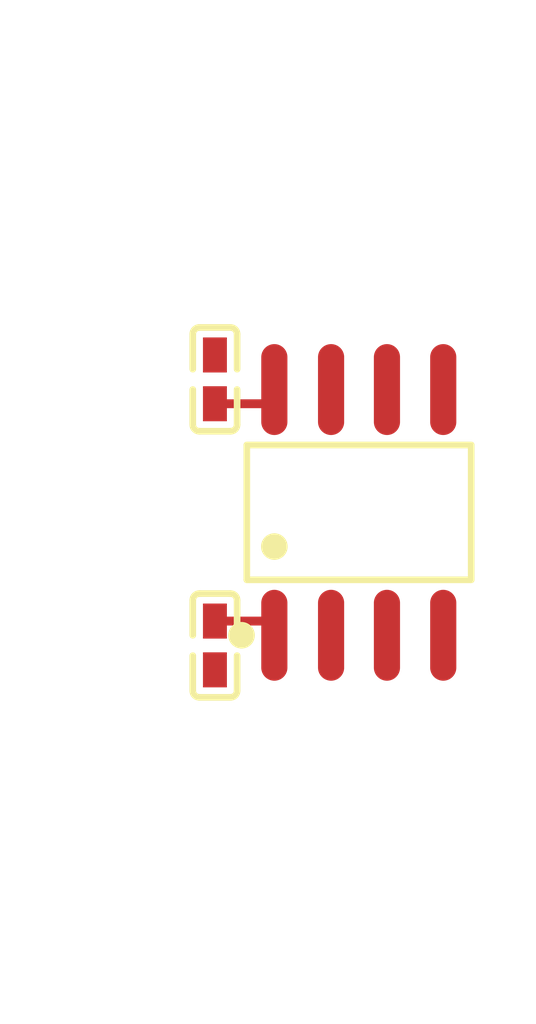
<source format=kicad_pcb>
(kicad_pcb (version 20241229) (generator "pcbnew") (generator_version "9.0")
  (layers (0 "F.Cu" signal) (2 "B.Cu" signal) (13 "F.Paste" user) (15 "B.Paste" user) (5 "F.SilkS" user "F.Silkscreen") (7 "B.SilkS" user "B.Silkscreen") (1 "F.Mask" user) (3 "B.Mask" user) (25 "Edge.Cuts" user))
  (net 0 "")
  (net 1 "line")
  (net 2 "line-3")
  (net 3 "line-1")
  (net 4 "line-2")
  (net 5 "gnd")
  (net 6 "hv-1")
  (net 7 "hv")
  (net 8 "gnd-1")
  (footprint "atopile:SOIC-8_L4.9-W3.9-P1.27-LS6.0-BL-6ccfeb" (layer "F.Cu") (at 0 0 0)
    (property "Reference" "U1" (hide yes))
    (property "Value" "")
    (fp_line (start -2.53 -1.52) (end 2.53 -1.52) (stroke (width 0.15)) (layer "F.SilkS"))
    (fp_line (start -2.53 1.52) (end -2.53 -1.52) (stroke (width 0.15)) (layer "F.SilkS"))
    (fp_line (start 2.53 -1.52) (end 2.53 1.52) (stroke (width 0.15)) (layer "F.SilkS"))
    (fp_line (start 2.53 1.52) (end -2.53 1.52) (stroke (width 0.15)) (layer "F.SilkS"))
    (fp_circle (center -2.65 2.77) (end -2.5 2.77) (stroke (width 0.3)) (fill no) (layer "F.SilkS"))
    (fp_circle (center -1.91 0.77) (end -1.76 0.77) (stroke (width 0.3)) (fill no) (layer "F.SilkS"))
    (pad "1" smd oval (at -1.91 2.77 0) (size 0.59 2.05) (layers "F.Cu" "F.Mask" "F.Paste") (net 6 "hv-1"))
    (pad "2" smd oval (at -0.63 2.77 0) (size 0.59 2.05) (layers "F.Cu" "F.Mask" "F.Paste") (net 4 "line-2"))
    (pad "3" smd oval (at 0.63 2.77 0) (size 0.59 2.05) (layers "F.Cu" "F.Mask" "F.Paste") (net 3 "line-1"))
    (pad "4" smd oval (at 1.9 2.77 0) (size 0.59 2.05) (layers "F.Cu" "F.Mask" "F.Paste") (net 5 "gnd"))
    (pad "5" smd oval (at 1.9 -2.77 0) (size 0.59 2.05) (layers "F.Cu" "F.Mask" "F.Paste") (net 8 "gnd-1"))
    (pad "6" smd oval (at 0.63 -2.77 0) (size 0.59 2.05) (layers "F.Cu" "F.Mask" "F.Paste") (net 1 "line"))
    (pad "7" smd oval (at -0.63 -2.77 0) (size 0.59 2.05) (layers "F.Cu" "F.Mask" "F.Paste") (net 2 "line-3"))
    (pad "8" smd oval (at -1.91 -2.77 0) (size 0.59 2.05) (layers "F.Cu" "F.Mask" "F.Paste") (net 7 "hv"))
  )
  (footprint "atopile:C0402-b3ef17" (layer "F.Cu") (at -3.25 -3 90)
    (property "Reference" "C1" (hide yes))
    (property "Value" "100nF ±10% 16V X7R")
    (fp_line (start 1.02 -0.5) (end 0.23 -0.5) (stroke (width 0.15)) (layer "F.SilkS"))
    (fp_line (start -1.02 -0.5) (end -0.23 -0.5) (stroke (width 0.15)) (layer "F.SilkS"))
    (fp_line (start 1.17 0.35) (end 1.17 -0.35) (stroke (width 0.15)) (layer "F.SilkS"))
    (fp_line (start -1.17 0.35) (end -1.17 -0.35) (stroke (width 0.15)) (layer "F.SilkS"))
    (fp_line (start 0.23 0.5) (end 1.02 0.5) (stroke (width 0.15)) (layer "F.SilkS"))
    (fp_line (start -0.23 0.5) (end -1.02 0.5) (stroke (width 0.15)) (layer "F.SilkS"))
    (fp_arc (start 1.02 -0.5) (mid 1.126066 -0.456066) (end 1.17 -0.35) (stroke (width 0.15)) (layer "F.SilkS"))
    (fp_arc (start -1.17 -0.35) (mid -1.126066 -0.456066) (end -1.02 -0.5) (stroke (width 0.15)) (layer "F.SilkS"))
    (fp_arc (start 1.17 0.35) (mid 1.126066 0.456066) (end 1.02 0.5) (stroke (width 0.15)) (layer "F.SilkS"))
    (fp_arc (start -1.02 0.5) (mid -1.126066 0.456066) (end -1.17 0.35) (stroke (width 0.15)) (layer "F.SilkS"))
    (pad "1" smd rect (at -0.55 0 90) (size 0.79 0.54) (layers "F.Cu" "F.Mask" "F.Paste") (net 7 "hv"))
    (pad "2" smd rect (at 0.55 0 90) (size 0.79 0.54) (layers "F.Cu" "F.Mask" "F.Paste") (net 8 "gnd-1"))
  )
  (footprint "atopile:C0402-b3ef17" (layer "F.Cu") (at -3.25 3 -90)
    (property "Reference" "C2" (hide yes))
    (property "Value" "100nF ±10% 16V X7R")
    (fp_line (start -0.23 0.5) (end -1.02 0.5) (stroke (width 0.15)) (layer "F.SilkS"))
    (fp_line (start 0.23 0.5) (end 1.02 0.5) (stroke (width 0.15)) (layer "F.SilkS"))
    (fp_line (start -1.17 0.35) (end -1.17 -0.35) (stroke (width 0.15)) (layer "F.SilkS"))
    (fp_line (start 1.17 0.35) (end 1.17 -0.35) (stroke (width 0.15)) (layer "F.SilkS"))
    (fp_line (start -1.02 -0.5) (end -0.23 -0.5) (stroke (width 0.15)) (layer "F.SilkS"))
    (fp_line (start 1.02 -0.5) (end 0.23 -0.5) (stroke (width 0.15)) (layer "F.SilkS"))
    (fp_arc (start -1.02 0.5) (mid -1.126066 0.456066) (end -1.17 0.35) (stroke (width 0.15)) (layer "F.SilkS"))
    (fp_arc (start 1.17 0.35) (mid 1.126066 0.456066) (end 1.02 0.5) (stroke (width 0.15)) (layer "F.SilkS"))
    (fp_arc (start -1.17 -0.35) (mid -1.126066 -0.456066) (end -1.02 -0.5) (stroke (width 0.15)) (layer "F.SilkS"))
    (fp_arc (start 1.02 -0.5) (mid 1.126066 -0.456066) (end 1.17 -0.35) (stroke (width 0.15)) (layer "F.SilkS"))
    (pad "1" smd rect (at -0.55 0 270) (size 0.79 0.54) (layers "F.Cu" "F.Mask" "F.Paste") (net 6 "hv-1"))
    (pad "2" smd rect (at 0.55 0 270) (size 0.79 0.54) (layers "F.Cu" "F.Mask" "F.Paste") (net 5 "gnd"))
  )
  (segment (start -1.91 2.45) (end -3.25 2.45) (width 0.2) (net 6) (layer "F.Cu"))
  (segment (start -1.91 2.77) (end -1.91 2.45) (width 0.2) (net 6) (layer "F.Cu"))
  (segment (start -1.91 -2.77) (end -1.91 -2.45) (width 0.2) (net 7) (layer "F.Cu"))
  (segment (start -1.91 -2.45) (end -3.25 -2.45) (width 0.2) (net 7) (layer "F.Cu"))
)
</source>
